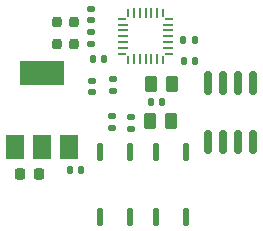
<source format=gtp>
G04 #@! TF.GenerationSoftware,KiCad,Pcbnew,(6.0.7)*
G04 #@! TF.CreationDate,2023-04-27T15:14:37-07:00*
G04 #@! TF.ProjectId,OBC-Attempt-3_Dual_Deploy,4f42432d-4174-4746-956d-70742d335f44,rev?*
G04 #@! TF.SameCoordinates,Original*
G04 #@! TF.FileFunction,Paste,Top*
G04 #@! TF.FilePolarity,Positive*
%FSLAX46Y46*%
G04 Gerber Fmt 4.6, Leading zero omitted, Abs format (unit mm)*
G04 Created by KiCad (PCBNEW (6.0.7)) date 2023-04-27 15:14:37*
%MOMM*%
%LPD*%
G01*
G04 APERTURE LIST*
G04 Aperture macros list*
%AMRoundRect*
0 Rectangle with rounded corners*
0 $1 Rounding radius*
0 $2 $3 $4 $5 $6 $7 $8 $9 X,Y pos of 4 corners*
0 Add a 4 corners polygon primitive as box body*
4,1,4,$2,$3,$4,$5,$6,$7,$8,$9,$2,$3,0*
0 Add four circle primitives for the rounded corners*
1,1,$1+$1,$2,$3*
1,1,$1+$1,$4,$5*
1,1,$1+$1,$6,$7*
1,1,$1+$1,$8,$9*
0 Add four rect primitives between the rounded corners*
20,1,$1+$1,$2,$3,$4,$5,0*
20,1,$1+$1,$4,$5,$6,$7,0*
20,1,$1+$1,$6,$7,$8,$9,0*
20,1,$1+$1,$8,$9,$2,$3,0*%
%AMFreePoly0*
4,1,14,0.230680,0.111820,0.364320,-0.021821,0.377500,-0.053642,0.377500,-0.080000,0.364320,-0.111820,0.332500,-0.125000,-0.332500,-0.125000,-0.364320,-0.111820,-0.377500,-0.080000,-0.377500,0.080000,-0.364320,0.111820,-0.332500,0.125000,0.198860,0.125000,0.230680,0.111820,0.230680,0.111820,$1*%
%AMFreePoly1*
4,1,14,0.364320,0.111820,0.377500,0.080000,0.377501,0.053640,0.364318,0.021819,0.230680,-0.111820,0.198860,-0.125000,-0.332500,-0.125000,-0.364320,-0.111820,-0.377500,-0.080000,-0.377500,0.080000,-0.364320,0.111820,-0.332500,0.125000,0.332500,0.125000,0.364320,0.111820,0.364320,0.111820,$1*%
%AMFreePoly2*
4,1,15,0.053642,0.377500,0.080000,0.377500,0.111820,0.364320,0.125000,0.332500,0.125000,-0.332500,0.111820,-0.364320,0.080000,-0.377500,-0.080000,-0.377500,-0.111820,-0.364320,-0.125000,-0.332500,-0.125000,0.198860,-0.111820,0.230680,0.021820,0.364320,0.053640,0.377501,0.053642,0.377500,0.053642,0.377500,$1*%
%AMFreePoly3*
4,1,14,-0.021820,0.364320,0.111820,0.230679,0.125000,0.198858,0.125000,-0.332500,0.111820,-0.364320,0.080000,-0.377500,-0.080000,-0.377500,-0.111820,-0.364320,-0.125000,-0.332500,-0.125000,0.332500,-0.111820,0.364320,-0.080000,0.377500,-0.053640,0.377500,-0.021820,0.364320,-0.021820,0.364320,$1*%
%AMFreePoly4*
4,1,14,0.364320,0.111820,0.377500,0.080000,0.377500,-0.080000,0.364320,-0.111820,0.332500,-0.125000,-0.198860,-0.125001,-0.230681,-0.111818,-0.364320,0.021820,-0.377500,0.053640,-0.377500,0.080000,-0.364320,0.111820,-0.332500,0.125000,0.332500,0.125000,0.364320,0.111820,0.364320,0.111820,$1*%
%AMFreePoly5*
4,1,15,-0.198858,0.125000,0.332500,0.125000,0.364320,0.111820,0.377500,0.080000,0.377500,-0.080000,0.364320,-0.111820,0.332500,-0.125000,-0.332500,-0.125000,-0.364320,-0.111820,-0.377500,-0.080000,-0.377500,-0.053640,-0.364320,-0.021820,-0.230680,0.111820,-0.198860,0.125001,-0.198858,0.125000,-0.198858,0.125000,$1*%
%AMFreePoly6*
4,1,14,0.111820,0.364320,0.125000,0.332500,0.125001,-0.198860,0.111818,-0.230681,-0.021820,-0.364320,-0.053640,-0.377500,-0.080000,-0.377500,-0.111820,-0.364320,-0.125000,-0.332500,-0.125000,0.332500,-0.111820,0.364320,-0.080000,0.377500,0.080000,0.377500,0.111820,0.364320,0.111820,0.364320,$1*%
%AMFreePoly7*
4,1,14,0.111820,0.364320,0.125000,0.332500,0.125000,-0.332500,0.111820,-0.364320,0.080000,-0.377500,0.053640,-0.377501,0.021819,-0.364318,-0.111820,-0.230680,-0.125000,-0.198860,-0.125000,0.332500,-0.111820,0.364320,-0.080000,0.377500,0.080000,0.377500,0.111820,0.364320,0.111820,0.364320,$1*%
G04 Aperture macros list end*
%ADD10RoundRect,0.140000X-0.170000X0.140000X-0.170000X-0.140000X0.170000X-0.140000X0.170000X0.140000X0*%
%ADD11RoundRect,0.140000X0.170000X-0.140000X0.170000X0.140000X-0.170000X0.140000X-0.170000X-0.140000X0*%
%ADD12R,1.500000X2.000000*%
%ADD13R,3.800000X2.000000*%
%ADD14RoundRect,0.137500X-0.137500X0.587500X-0.137500X-0.587500X0.137500X-0.587500X0.137500X0.587500X0*%
%ADD15RoundRect,0.135000X0.185000X-0.135000X0.185000X0.135000X-0.185000X0.135000X-0.185000X-0.135000X0*%
%ADD16RoundRect,0.140000X-0.140000X-0.170000X0.140000X-0.170000X0.140000X0.170000X-0.140000X0.170000X0*%
%ADD17RoundRect,0.225000X0.225000X0.250000X-0.225000X0.250000X-0.225000X-0.250000X0.225000X-0.250000X0*%
%ADD18RoundRect,0.250000X-0.262500X-0.450000X0.262500X-0.450000X0.262500X0.450000X-0.262500X0.450000X0*%
%ADD19RoundRect,0.250000X0.262500X0.450000X-0.262500X0.450000X-0.262500X-0.450000X0.262500X-0.450000X0*%
%ADD20RoundRect,0.140000X0.140000X0.170000X-0.140000X0.170000X-0.140000X-0.170000X0.140000X-0.170000X0*%
%ADD21RoundRect,0.150000X-0.150000X0.825000X-0.150000X-0.825000X0.150000X-0.825000X0.150000X0.825000X0*%
%ADD22RoundRect,0.200000X-0.200000X-0.250000X0.200000X-0.250000X0.200000X0.250000X-0.200000X0.250000X0*%
%ADD23RoundRect,0.135000X-0.185000X0.135000X-0.185000X-0.135000X0.185000X-0.135000X0.185000X0.135000X0*%
%ADD24FreePoly0,0.000000*%
%ADD25RoundRect,0.062500X-0.375000X-0.062500X0.375000X-0.062500X0.375000X0.062500X-0.375000X0.062500X0*%
%ADD26FreePoly1,0.000000*%
%ADD27FreePoly2,0.000000*%
%ADD28RoundRect,0.062500X-0.062500X-0.375000X0.062500X-0.375000X0.062500X0.375000X-0.062500X0.375000X0*%
%ADD29FreePoly3,0.000000*%
%ADD30FreePoly4,0.000000*%
%ADD31FreePoly5,0.000000*%
%ADD32FreePoly6,0.000000*%
%ADD33FreePoly7,0.000000*%
G04 APERTURE END LIST*
D10*
X150320000Y-104400000D03*
X150320000Y-105360000D03*
D11*
X150300000Y-103370000D03*
X150300000Y-102410000D03*
D12*
X143900000Y-114150000D03*
X146200000Y-114150000D03*
D13*
X146200000Y-107850000D03*
D12*
X148500000Y-114150000D03*
D14*
X153610000Y-114540000D03*
X151070000Y-114540000D03*
X151070000Y-120040000D03*
X153610000Y-120040000D03*
D15*
X152100000Y-112510000D03*
X152100000Y-111490000D03*
D16*
X158140001Y-105050000D03*
X159100001Y-105050000D03*
X148520000Y-116100000D03*
X149480000Y-116100000D03*
D17*
X145895000Y-116380000D03*
X144345000Y-116380000D03*
D18*
X155397500Y-108749999D03*
X157222500Y-108749999D03*
D19*
X157122500Y-111950000D03*
X155297500Y-111950000D03*
D16*
X158160001Y-106850000D03*
X159120001Y-106850000D03*
D10*
X150410000Y-108490000D03*
X150410000Y-109450000D03*
D20*
X151460000Y-106630000D03*
X150500000Y-106630000D03*
D21*
X164065000Y-108725000D03*
X162795000Y-108725000D03*
X161525000Y-108725000D03*
X160255000Y-108725000D03*
X160255000Y-113675000D03*
X161525000Y-113675000D03*
X162795000Y-113675000D03*
X164065000Y-113675000D03*
D22*
X147475000Y-103515000D03*
X147475000Y-105365000D03*
X148925000Y-105365000D03*
X148925000Y-103515000D03*
D23*
X153700000Y-111590000D03*
X153700000Y-112610000D03*
D24*
X152942500Y-103250000D03*
D25*
X153002500Y-103750000D03*
X153002500Y-104250000D03*
X153002500Y-104750000D03*
X153002500Y-105250000D03*
X153002500Y-105750000D03*
D26*
X152942500Y-106250000D03*
D27*
X153440000Y-106747500D03*
D28*
X153940000Y-106687500D03*
X154440000Y-106687500D03*
X154940000Y-106687500D03*
X155440000Y-106687500D03*
X155940000Y-106687500D03*
D29*
X156440000Y-106747500D03*
D30*
X156937500Y-106250000D03*
D25*
X156877500Y-105750000D03*
X156877500Y-105250000D03*
X156877500Y-104750000D03*
X156877500Y-104250000D03*
X156877500Y-103750000D03*
D31*
X156937500Y-103250000D03*
D32*
X156440000Y-102752500D03*
D28*
X155940000Y-102812500D03*
X155440000Y-102812500D03*
X154940000Y-102812500D03*
X154440000Y-102812500D03*
X153940000Y-102812500D03*
D33*
X153440000Y-102752500D03*
D20*
X156330000Y-110350000D03*
X155370000Y-110350000D03*
D14*
X158340000Y-114530000D03*
X155800000Y-114530000D03*
X155800000Y-120030000D03*
X158340000Y-120030000D03*
D23*
X152190000Y-108350000D03*
X152190000Y-109370000D03*
M02*

</source>
